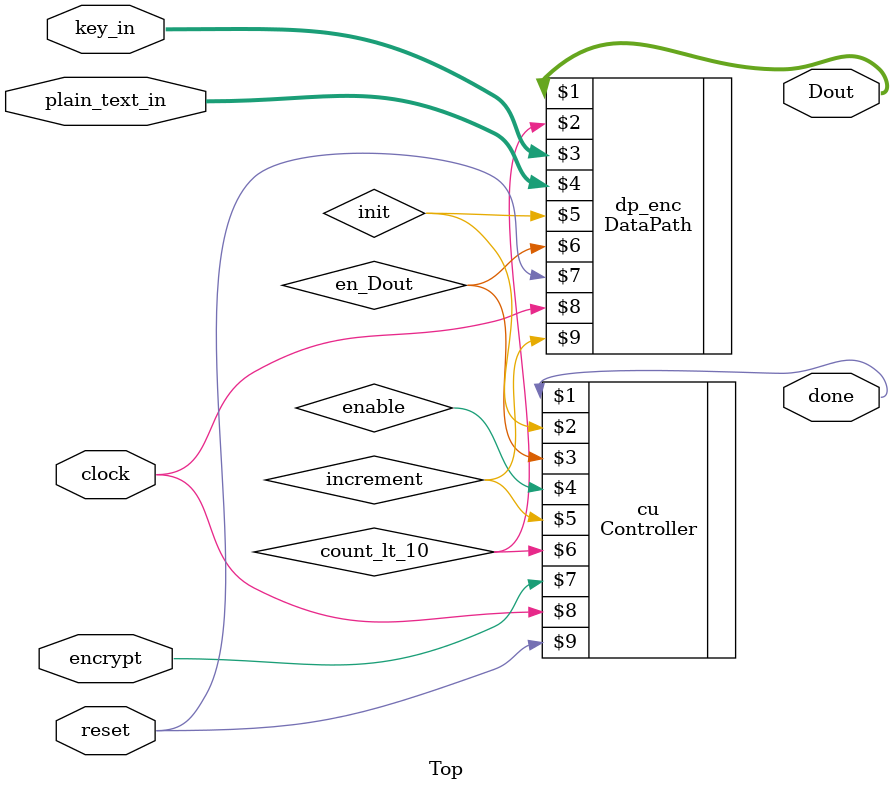
<source format=v>
module Top (output done, output [127:0] Dout, input [127:0] plain_text_in, key_in, input encrypt, clock, reset);
	wire init, increment, en_Dout, count_lt_10,enable;
	
	Controller cu(done, init,en_Dout,enable,increment, count_lt_10, encrypt, clock, reset);
	DataPath dp_enc(Dout, count_lt_10, key_in, plain_text_in,init,  en_Dout, reset, clock,increment);
endmodule

</source>
